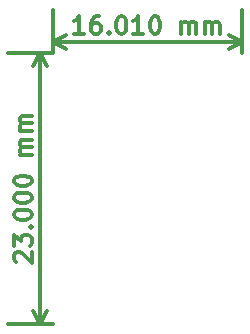
<source format=gbr>
%TF.GenerationSoftware,KiCad,Pcbnew,4.0.7*%
%TF.CreationDate,2017-12-10T14:33:21+08:00*%
%TF.ProjectId,rj12,726A31322E6B696361645F7063620000,rev?*%
%TF.FileFunction,Other,ECO1*%
%FSLAX46Y46*%
G04 Gerber Fmt 4.6, Leading zero omitted, Abs format (unit mm)*
G04 Created by KiCad (PCBNEW 4.0.7) date 12/10/17 14:33:21*
%MOMM*%
%LPD*%
G01*
G04 APERTURE LIST*
%ADD10C,0.100000*%
%ADD11C,0.300000*%
G04 APERTURE END LIST*
D10*
D11*
X-3155872Y-17712911D02*
X-3227270Y-17641451D01*
X-3298637Y-17498563D01*
X-3298481Y-17141420D01*
X-3226990Y-16998594D01*
X-3155530Y-16927196D01*
X-3012642Y-16855831D01*
X-2869785Y-16855893D01*
X-2655530Y-16927414D01*
X-1798761Y-17784929D01*
X-1798357Y-16856359D01*
X-3298140Y-16355706D02*
X-3297736Y-15427135D01*
X-2726524Y-15927384D01*
X-2726431Y-15713098D01*
X-2654940Y-15570272D01*
X-2583481Y-15498874D01*
X-2440593Y-15427508D01*
X-2083450Y-15427663D01*
X-1940624Y-15499154D01*
X-1869226Y-15570614D01*
X-1797860Y-15713502D01*
X-1798047Y-16142074D01*
X-1869537Y-16284900D01*
X-1940997Y-16356296D01*
X-1940314Y-14784869D02*
X-1868854Y-14713472D01*
X-1797457Y-14784931D01*
X-1868916Y-14856329D01*
X-1940314Y-14784869D01*
X-1797457Y-14784931D01*
X-3297022Y-13784279D02*
X-3296960Y-13641422D01*
X-3225468Y-13498596D01*
X-3154008Y-13427198D01*
X-3011120Y-13355831D01*
X-2725375Y-13284527D01*
X-2368232Y-13284682D01*
X-2082549Y-13356235D01*
X-1939724Y-13427726D01*
X-1868326Y-13499186D01*
X-1796960Y-13642074D01*
X-1797022Y-13784931D01*
X-1868512Y-13927757D01*
X-1939972Y-13999155D01*
X-2082860Y-14070521D01*
X-2368605Y-14141825D01*
X-2725748Y-14141670D01*
X-3011431Y-14070117D01*
X-3154257Y-13998627D01*
X-3225655Y-13927167D01*
X-3297022Y-13784279D01*
X-3296401Y-12355708D02*
X-3296338Y-12212851D01*
X-3224847Y-12070025D01*
X-3153387Y-11998627D01*
X-3010499Y-11927260D01*
X-2724754Y-11855956D01*
X-2367611Y-11856112D01*
X-2081928Y-11927664D01*
X-1939102Y-11999155D01*
X-1867705Y-12070615D01*
X-1796339Y-12213503D01*
X-1796401Y-12356360D01*
X-1867891Y-12499186D01*
X-1939351Y-12570584D01*
X-2082239Y-12641950D01*
X-2367984Y-12713254D01*
X-2725127Y-12713099D01*
X-3010810Y-12641546D01*
X-3153636Y-12570056D01*
X-3225034Y-12498596D01*
X-3296401Y-12355708D01*
X-3295779Y-10927137D02*
X-3295717Y-10784280D01*
X-3224226Y-10641454D01*
X-3152766Y-10570056D01*
X-3009878Y-10498689D01*
X-2724133Y-10427385D01*
X-2366990Y-10427541D01*
X-2081307Y-10499093D01*
X-1938481Y-10570584D01*
X-1867083Y-10642044D01*
X-1795718Y-10784932D01*
X-1795780Y-10927789D01*
X-1867270Y-11070615D01*
X-1938730Y-11142013D01*
X-2081618Y-11213379D01*
X-2367363Y-11284684D01*
X-2724506Y-11284528D01*
X-3010189Y-11212975D01*
X-3153015Y-11141485D01*
X-3224413Y-11070025D01*
X-3295779Y-10927137D01*
X-1794786Y-8642075D02*
X-2794786Y-8641641D01*
X-2651928Y-8641703D02*
X-2723326Y-8570244D01*
X-2794693Y-8427355D01*
X-2794599Y-8213070D01*
X-2723108Y-8070244D01*
X-2580220Y-7998877D01*
X-1794506Y-7999218D01*
X-2580220Y-7998877D02*
X-2723046Y-7927386D01*
X-2794413Y-7784498D01*
X-2794320Y-7570213D01*
X-2722829Y-7427386D01*
X-2579941Y-7356020D01*
X-1794227Y-7356361D01*
X-1793916Y-6642075D02*
X-2793916Y-6641641D01*
X-2651058Y-6641703D02*
X-2722456Y-6570244D01*
X-2793823Y-6427355D01*
X-2793730Y-6213070D01*
X-2722239Y-6070244D01*
X-2579351Y-5998877D01*
X-1793637Y-5999219D01*
X-2579351Y-5998877D02*
X-2722177Y-5927386D01*
X-2793543Y-5784498D01*
X-2793450Y-5570213D01*
X-2721959Y-5427386D01*
X-2579071Y-5356020D01*
X-1793357Y-5356362D01*
X-1119599Y491D02*
X-1129599Y-22999509D01*
X10000Y0D02*
X-3819599Y1665D01*
X0Y-23000000D02*
X-3829599Y-22998335D01*
X-1129599Y-22999509D02*
X-1715530Y-21872750D01*
X-1129599Y-22999509D02*
X-542689Y-21873260D01*
X-1119599Y491D02*
X-1706509Y-1125758D01*
X-1119599Y491D02*
X-533668Y-1126268D01*
X2647858Y1581476D02*
X1790715Y1581476D01*
X2219287Y1581476D02*
X2219287Y3081476D01*
X2076430Y2867190D01*
X1933572Y2724333D01*
X1790715Y2652904D01*
X3933572Y3081476D02*
X3647858Y3081476D01*
X3505001Y3010047D01*
X3433572Y2938618D01*
X3290715Y2724333D01*
X3219286Y2438618D01*
X3219286Y1867190D01*
X3290715Y1724333D01*
X3362143Y1652904D01*
X3505001Y1581476D01*
X3790715Y1581476D01*
X3933572Y1652904D01*
X4005001Y1724333D01*
X4076429Y1867190D01*
X4076429Y2224333D01*
X4005001Y2367190D01*
X3933572Y2438618D01*
X3790715Y2510047D01*
X3505001Y2510047D01*
X3362143Y2438618D01*
X3290715Y2367190D01*
X3219286Y2224333D01*
X4719286Y1724333D02*
X4790714Y1652904D01*
X4719286Y1581476D01*
X4647857Y1652904D01*
X4719286Y1724333D01*
X4719286Y1581476D01*
X5719286Y3081476D02*
X5862143Y3081476D01*
X6005000Y3010047D01*
X6076429Y2938618D01*
X6147858Y2795761D01*
X6219286Y2510047D01*
X6219286Y2152904D01*
X6147858Y1867190D01*
X6076429Y1724333D01*
X6005000Y1652904D01*
X5862143Y1581476D01*
X5719286Y1581476D01*
X5576429Y1652904D01*
X5505000Y1724333D01*
X5433572Y1867190D01*
X5362143Y2152904D01*
X5362143Y2510047D01*
X5433572Y2795761D01*
X5505000Y2938618D01*
X5576429Y3010047D01*
X5719286Y3081476D01*
X7647857Y1581476D02*
X6790714Y1581476D01*
X7219286Y1581476D02*
X7219286Y3081476D01*
X7076429Y2867190D01*
X6933571Y2724333D01*
X6790714Y2652904D01*
X8576428Y3081476D02*
X8719285Y3081476D01*
X8862142Y3010047D01*
X8933571Y2938618D01*
X9005000Y2795761D01*
X9076428Y2510047D01*
X9076428Y2152904D01*
X9005000Y1867190D01*
X8933571Y1724333D01*
X8862142Y1652904D01*
X8719285Y1581476D01*
X8576428Y1581476D01*
X8433571Y1652904D01*
X8362142Y1724333D01*
X8290714Y1867190D01*
X8219285Y2152904D01*
X8219285Y2510047D01*
X8290714Y2795761D01*
X8362142Y2938618D01*
X8433571Y3010047D01*
X8576428Y3081476D01*
X10862142Y1581476D02*
X10862142Y2581476D01*
X10862142Y2438618D02*
X10933570Y2510047D01*
X11076428Y2581476D01*
X11290713Y2581476D01*
X11433570Y2510047D01*
X11504999Y2367190D01*
X11504999Y1581476D01*
X11504999Y2367190D02*
X11576428Y2510047D01*
X11719285Y2581476D01*
X11933570Y2581476D01*
X12076428Y2510047D01*
X12147856Y2367190D01*
X12147856Y1581476D01*
X12862142Y1581476D02*
X12862142Y2581476D01*
X12862142Y2438618D02*
X12933570Y2510047D01*
X13076428Y2581476D01*
X13290713Y2581476D01*
X13433570Y2510047D01*
X13504999Y2367190D01*
X13504999Y1581476D01*
X13504999Y2367190D02*
X13576428Y2510047D01*
X13719285Y2581476D01*
X13933570Y2581476D01*
X14076428Y2510047D01*
X14147856Y2367190D01*
X14147856Y1581476D01*
X0Y910047D02*
X16010000Y910047D01*
X0Y0D02*
X0Y3610047D01*
X16010000Y0D02*
X16010000Y3610047D01*
X16010000Y910047D02*
X14883496Y323626D01*
X16010000Y910047D02*
X14883496Y1496468D01*
X0Y910047D02*
X1126504Y323626D01*
X0Y910047D02*
X1126504Y1496468D01*
M02*

</source>
